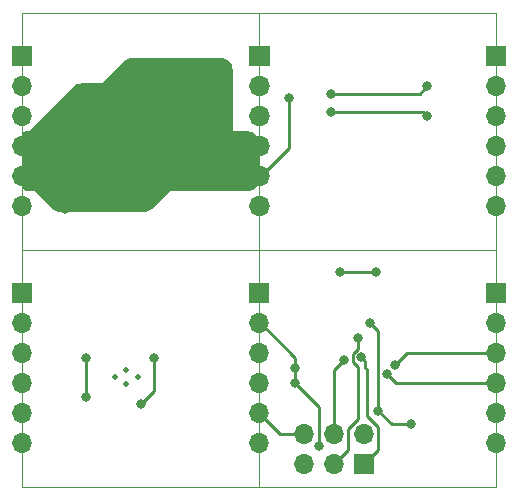
<source format=gbr>
G04 #@! TF.GenerationSoftware,KiCad,Pcbnew,(5.99.0-11522-g728b160719)*
G04 #@! TF.CreationDate,2021-08-06T10:17:42+10:00*
G04 #@! TF.ProjectId,Stencil,5374656e-6369-46c2-9e6b-696361645f70,0.2*
G04 #@! TF.SameCoordinates,Original*
G04 #@! TF.FileFunction,Copper,L2,Bot*
G04 #@! TF.FilePolarity,Positive*
%FSLAX46Y46*%
G04 Gerber Fmt 4.6, Leading zero omitted, Abs format (unit mm)*
G04 Created by KiCad (PCBNEW (5.99.0-11522-g728b160719)) date 2021-08-06 10:17:42*
%MOMM*%
%LPD*%
G01*
G04 APERTURE LIST*
G04 #@! TA.AperFunction,Profile*
%ADD10C,0.100000*%
G04 #@! TD*
G04 #@! TA.AperFunction,ComponentPad*
%ADD11R,1.700000X1.700000*%
G04 #@! TD*
G04 #@! TA.AperFunction,ComponentPad*
%ADD12O,1.700000X1.700000*%
G04 #@! TD*
G04 #@! TA.AperFunction,ComponentPad*
%ADD13C,0.500000*%
G04 #@! TD*
G04 #@! TA.AperFunction,ViaPad*
%ADD14C,0.800000*%
G04 #@! TD*
G04 #@! TA.AperFunction,Conductor*
%ADD15C,0.250000*%
G04 #@! TD*
G04 APERTURE END LIST*
D10*
X113259000Y-96114000D02*
X93193000Y-96114000D01*
X93193000Y-96114000D02*
X93193000Y-76048000D01*
X93193000Y-76048000D02*
X113259000Y-76048000D01*
X113259000Y-76048000D02*
X113259000Y-96114000D01*
X113259000Y-76048000D02*
X93193000Y-76048000D01*
X93193000Y-76048000D02*
X93193000Y-55982000D01*
X93193000Y-55982000D02*
X113259000Y-55982000D01*
X113259000Y-55982000D02*
X113259000Y-76048000D01*
X133325000Y-96114000D02*
X113259000Y-96114000D01*
X113259000Y-96114000D02*
X113259000Y-76048000D01*
X113259000Y-76048000D02*
X133325000Y-76048000D01*
X133325000Y-76048000D02*
X133325000Y-96114000D01*
X133325000Y-76048000D02*
X113259000Y-76048000D01*
X113259000Y-76048000D02*
X113259000Y-55982000D01*
X113259000Y-55982000D02*
X133325000Y-55982000D01*
X133325000Y-55982000D02*
X133325000Y-76048000D01*
D11*
G04 #@! TO.P,J2,1,Pin_1*
G04 #@! TO.N,N/C*
X133325000Y-59690000D03*
D12*
G04 #@! TO.P,J2,2,Pin_2*
X133325000Y-62230000D03*
G04 #@! TO.P,J2,3,Pin_3*
X133325000Y-64770000D03*
G04 #@! TO.P,J2,4,Pin_4*
X133325000Y-67310000D03*
G04 #@! TO.P,J2,5,Pin_5*
X133325000Y-69850000D03*
G04 #@! TO.P,J2,6,Pin_6*
X133325000Y-72390000D03*
G04 #@! TD*
D11*
G04 #@! TO.P,J1,1,Pin_1*
G04 #@! TO.N,N/C*
X113259000Y-79756000D03*
D12*
G04 #@! TO.P,J1,2,Pin_2*
X113259000Y-82296000D03*
G04 #@! TO.P,J1,3,Pin_3*
X113259000Y-84836000D03*
G04 #@! TO.P,J1,4,Pin_4*
X113259000Y-87376000D03*
G04 #@! TO.P,J1,5,Pin_5*
G04 #@! TO.N,GND*
X113259000Y-89916000D03*
G04 #@! TO.P,J1,6,Pin_6*
G04 #@! TO.N,N/C*
X113259000Y-92456000D03*
G04 #@! TD*
D11*
G04 #@! TO.P,J1,1,Pin_1*
G04 #@! TO.N,N/C*
X93193000Y-59690000D03*
D12*
G04 #@! TO.P,J1,2,Pin_2*
G04 #@! TO.N,VBUS*
X93193000Y-62230000D03*
G04 #@! TO.P,J1,3,Pin_3*
X93193000Y-64770000D03*
G04 #@! TO.P,J1,4,Pin_4*
G04 #@! TO.N,GND*
X93193000Y-67310000D03*
G04 #@! TO.P,J1,5,Pin_5*
X93193000Y-69850000D03*
G04 #@! TO.P,J1,6,Pin_6*
G04 #@! TO.N,/STAT*
X93193000Y-72390000D03*
G04 #@! TD*
D11*
G04 #@! TO.P,J1,1,Pin_1*
G04 #@! TO.N,N/C*
X113259000Y-59690000D03*
D12*
G04 #@! TO.P,J1,2,Pin_2*
X113259000Y-62230000D03*
G04 #@! TO.P,J1,3,Pin_3*
X113259000Y-64770000D03*
G04 #@! TO.P,J1,4,Pin_4*
X113259000Y-67310000D03*
G04 #@! TO.P,J1,5,Pin_5*
G04 #@! TO.N,GND*
X113259000Y-69850000D03*
G04 #@! TO.P,J1,6,Pin_6*
G04 #@! TO.N,N/C*
X113259000Y-72390000D03*
G04 #@! TD*
D11*
G04 #@! TO.P,J2,1,Pin_1*
G04 #@! TO.N,N/C*
X113284000Y-59690000D03*
D12*
G04 #@! TO.P,J2,2,Pin_2*
G04 #@! TO.N,+BATT*
X113284000Y-62230000D03*
G04 #@! TO.P,J2,3,Pin_3*
X113284000Y-64770000D03*
G04 #@! TO.P,J2,4,Pin_4*
G04 #@! TO.N,GND*
X113284000Y-67310000D03*
G04 #@! TO.P,J2,5,Pin_5*
X113284000Y-69850000D03*
G04 #@! TO.P,J2,6,Pin_6*
G04 #@! TO.N,N/C*
X113284000Y-72390000D03*
G04 #@! TD*
D13*
G04 #@! TO.P,U1,11,PGND*
G04 #@! TO.N,GND*
X102949500Y-86843000D03*
X101999500Y-87418000D03*
X101999500Y-86268000D03*
X101049500Y-86843000D03*
G04 #@! TD*
D11*
G04 #@! TO.P,J1,1,Pin_1*
G04 #@! TO.N,N/C*
X93193000Y-79756000D03*
D12*
G04 #@! TO.P,J1,2,Pin_2*
X93193000Y-82296000D03*
G04 #@! TO.P,J1,3,Pin_3*
X93193000Y-84836000D03*
G04 #@! TO.P,J1,4,Pin_4*
G04 #@! TO.N,GND*
X93193000Y-87376000D03*
G04 #@! TO.P,J1,5,Pin_5*
X93193000Y-89916000D03*
G04 #@! TO.P,J1,6,Pin_6*
G04 #@! TO.N,N/C*
X93193000Y-92456000D03*
G04 #@! TD*
D11*
G04 #@! TO.P,J2,1,Pin_1*
G04 #@! TO.N,N/C*
X122124000Y-94209000D03*
D12*
G04 #@! TO.P,J2,2,Pin_2*
X122124000Y-91669000D03*
G04 #@! TO.P,J2,3,Pin_3*
X119584000Y-94209000D03*
G04 #@! TO.P,J2,4,Pin_4*
X119584000Y-91669000D03*
G04 #@! TO.P,J2,5,Pin_5*
X117044000Y-94209000D03*
G04 #@! TO.P,J2,6,Pin_6*
G04 #@! TO.N,GND*
X117044000Y-91669000D03*
G04 #@! TD*
D11*
G04 #@! TO.P,J3,1,Pin_1*
G04 #@! TO.N,N/C*
X133325000Y-79756000D03*
D12*
G04 #@! TO.P,J3,2,Pin_2*
X133325000Y-82296000D03*
G04 #@! TO.P,J3,3,Pin_3*
X133325000Y-84836000D03*
G04 #@! TO.P,J3,4,Pin_4*
X133325000Y-87376000D03*
G04 #@! TO.P,J3,5,Pin_5*
X133325000Y-89916000D03*
G04 #@! TO.P,J3,6,Pin_6*
X133325000Y-92456000D03*
G04 #@! TD*
D11*
G04 #@! TO.P,J2,1,Pin_1*
G04 #@! TO.N,N/C*
X113259000Y-79756000D03*
D12*
G04 #@! TO.P,J2,2,Pin_2*
X113259000Y-82296000D03*
G04 #@! TO.P,J2,3,Pin_3*
X113259000Y-84836000D03*
G04 #@! TO.P,J2,4,Pin_4*
G04 #@! TO.N,GND*
X113259000Y-87376000D03*
G04 #@! TO.P,J2,5,Pin_5*
X113259000Y-89916000D03*
G04 #@! TO.P,J2,6,Pin_6*
G04 #@! TO.N,N/C*
X113259000Y-92456000D03*
G04 #@! TD*
D14*
G04 #@! TO.N,*
X116282000Y-86081000D03*
X127483000Y-62230000D03*
X121886034Y-85160989D03*
X124748916Y-85847604D03*
X121616000Y-83541000D03*
X116282000Y-87351000D03*
X119290000Y-64389000D03*
X98570500Y-85192000D03*
X104369000Y-85192000D03*
X120437033Y-85364015D03*
X118314000Y-92685000D03*
X124040000Y-86552192D03*
X98570500Y-88494000D03*
X103269500Y-89129000D03*
X127483000Y-64770000D03*
X119290000Y-62865000D03*
G04 #@! TO.N,GND*
X96774000Y-72644000D03*
X100076000Y-72135010D03*
X99060000Y-62611000D03*
X97790000Y-65024000D03*
X103124000Y-72136000D03*
X123127000Y-77953000D03*
X105029000Y-66802000D03*
X101727000Y-67818000D03*
X122632000Y-82271000D03*
X106553000Y-68580000D03*
X126104000Y-90819000D03*
X123315500Y-89690463D03*
X96901000Y-68072000D03*
X102362000Y-67183000D03*
X120079000Y-77953000D03*
X95123000Y-68072000D03*
X105029000Y-66040000D03*
X99949000Y-62611000D03*
X115799000Y-63246000D03*
G04 #@! TD*
D15*
G04 #@! TO.N,*
X125760520Y-84836000D02*
X124748916Y-85847604D01*
X98570500Y-88494000D02*
X98570500Y-85192000D01*
X121586363Y-85967003D02*
X121586363Y-90428637D01*
X118314000Y-92685000D02*
X118314000Y-89383000D01*
X121616000Y-83541000D02*
X121585935Y-83571065D01*
X122182489Y-85457444D02*
X121886034Y-85160989D01*
X133199980Y-87376000D02*
X124863808Y-87376000D01*
X133199980Y-84836000D02*
X125760520Y-84836000D01*
X124863808Y-87376000D02*
X124040000Y-86552192D01*
X122124000Y-94209000D02*
X123298511Y-93034489D01*
X123298511Y-91065511D02*
X122411190Y-90178190D01*
X119290000Y-62865000D02*
X126848000Y-62865000D01*
X126848000Y-62865000D02*
X127483000Y-62230000D01*
X119584000Y-91669000D02*
X119584000Y-86217048D01*
X103269500Y-89129000D02*
X104369000Y-88029500D01*
X121585935Y-83571065D02*
X121585935Y-84436488D01*
X122411190Y-86241894D02*
X122182489Y-86013193D01*
X122182489Y-86013193D02*
X122182489Y-85457444D01*
X119584000Y-86217048D02*
X120437033Y-85364015D01*
X122411190Y-90178190D02*
X122411190Y-86241894D01*
X121161533Y-85542173D02*
X121586363Y-85967003D01*
X121161533Y-84860890D02*
X121161533Y-85542173D01*
X104369000Y-88029500D02*
X104369000Y-85192000D01*
X120758511Y-91256489D02*
X120758511Y-93034489D01*
X123298511Y-93034489D02*
X123298511Y-91065511D01*
X116282000Y-86081000D02*
X116282000Y-85193980D01*
X116282000Y-87351000D02*
X116282000Y-86081000D01*
X116282000Y-85193980D02*
X113384020Y-82296000D01*
X127102000Y-64389000D02*
X127483000Y-64770000D01*
X119290000Y-64389000D02*
X127102000Y-64389000D01*
X121585935Y-84436488D02*
X121161533Y-84860890D01*
X118314000Y-89383000D02*
X116282000Y-87351000D01*
X120758511Y-93034489D02*
X119584000Y-94209000D01*
X121586363Y-90428637D02*
X120758511Y-91256489D01*
G04 #@! TO.N,GND*
X123315500Y-82954500D02*
X123315500Y-89690463D01*
X115012000Y-91669000D02*
X113384020Y-90041020D01*
X123315500Y-89690463D02*
X124444037Y-90819000D01*
X122632000Y-82271000D02*
X123315500Y-82954500D01*
X117044000Y-91669000D02*
X115012000Y-91669000D01*
X115799000Y-67435020D02*
X113384020Y-69850000D01*
X123127000Y-77953000D02*
X120079000Y-77953000D01*
X124444037Y-90819000D02*
X126104000Y-90819000D01*
X115799000Y-63246000D02*
X115799000Y-67435020D01*
G04 #@! TD*
G04 #@! TA.AperFunction,Conductor*
G04 #@! TO.N,GND*
G36*
X110004163Y-59817607D02*
G01*
X110180740Y-59834999D01*
X110204957Y-59839815D01*
X110368809Y-59889518D01*
X110391629Y-59898971D01*
X110542631Y-59979683D01*
X110563158Y-59993399D01*
X110695521Y-60102026D01*
X110712974Y-60119479D01*
X110821601Y-60251842D01*
X110835319Y-60272372D01*
X110916029Y-60423371D01*
X110925482Y-60446190D01*
X110975185Y-60610043D01*
X110980002Y-60634263D01*
X110997393Y-60810837D01*
X110998000Y-60823187D01*
X110998000Y-66040000D01*
X112252813Y-66040000D01*
X112265163Y-66040607D01*
X112441740Y-66057999D01*
X112465957Y-66062815D01*
X112629809Y-66112518D01*
X112652629Y-66121971D01*
X112803631Y-66202683D01*
X112824158Y-66216399D01*
X112956521Y-66325026D01*
X112973974Y-66342479D01*
X113082601Y-66474842D01*
X113096319Y-66495372D01*
X113177029Y-66646371D01*
X113186482Y-66669190D01*
X113236185Y-66833043D01*
X113241002Y-66857263D01*
X113258393Y-67033837D01*
X113259000Y-67046187D01*
X113259000Y-70113813D01*
X113258393Y-70126163D01*
X113241002Y-70302737D01*
X113236185Y-70326957D01*
X113186482Y-70490809D01*
X113177029Y-70513629D01*
X113096319Y-70664628D01*
X113082601Y-70685158D01*
X112973974Y-70817521D01*
X112956521Y-70834974D01*
X112824158Y-70943601D01*
X112803631Y-70957317D01*
X112711417Y-71006607D01*
X112652629Y-71038029D01*
X112629810Y-71047482D01*
X112465957Y-71097185D01*
X112441740Y-71102001D01*
X112269945Y-71118922D01*
X112265163Y-71119393D01*
X112252813Y-71120000D01*
X105664000Y-71120000D01*
X104183275Y-72600725D01*
X104174114Y-72609029D01*
X104036950Y-72721597D01*
X104016412Y-72735320D01*
X103865416Y-72816029D01*
X103842597Y-72825482D01*
X103678744Y-72875185D01*
X103654527Y-72880001D01*
X103477949Y-72897393D01*
X103465599Y-72898000D01*
X96432401Y-72898000D01*
X96420051Y-72897393D01*
X96243473Y-72880001D01*
X96219256Y-72875185D01*
X96055403Y-72825482D01*
X96032584Y-72816029D01*
X95881588Y-72735320D01*
X95861050Y-72721597D01*
X95723886Y-72609029D01*
X95714725Y-72600725D01*
X94234000Y-71120000D01*
X93721759Y-71120000D01*
X93705312Y-71118922D01*
X93595231Y-71104429D01*
X93563460Y-71095916D01*
X93468577Y-71056614D01*
X93440091Y-71040168D01*
X93358612Y-70977647D01*
X93335353Y-70954388D01*
X93272832Y-70872909D01*
X93256386Y-70844423D01*
X93217084Y-70749540D01*
X93208571Y-70717769D01*
X93194078Y-70607688D01*
X93193000Y-70591241D01*
X93193000Y-66318910D01*
X93195421Y-66294329D01*
X93208396Y-66229097D01*
X93227210Y-66183676D01*
X93257132Y-66138895D01*
X93291895Y-66104132D01*
X93336676Y-66074210D01*
X93382095Y-66055397D01*
X93455468Y-66040802D01*
X93460326Y-66040000D01*
X93726000Y-66040000D01*
X97492725Y-62273275D01*
X97501886Y-62264971D01*
X97639050Y-62152403D01*
X97659588Y-62138680D01*
X97810584Y-62057971D01*
X97833404Y-62048518D01*
X97997256Y-61998815D01*
X98021473Y-61993999D01*
X98198051Y-61976607D01*
X98210401Y-61976000D01*
X99949000Y-61976000D01*
X101810725Y-60114275D01*
X101819886Y-60105971D01*
X101957050Y-59993403D01*
X101977588Y-59979680D01*
X102128584Y-59898971D01*
X102151404Y-59889518D01*
X102315256Y-59839815D01*
X102339473Y-59834999D01*
X102516051Y-59817607D01*
X102528401Y-59817000D01*
X109991813Y-59817000D01*
X110004163Y-59817607D01*
G37*
G04 #@! TD.AperFunction*
G04 #@! TD*
M02*

</source>
